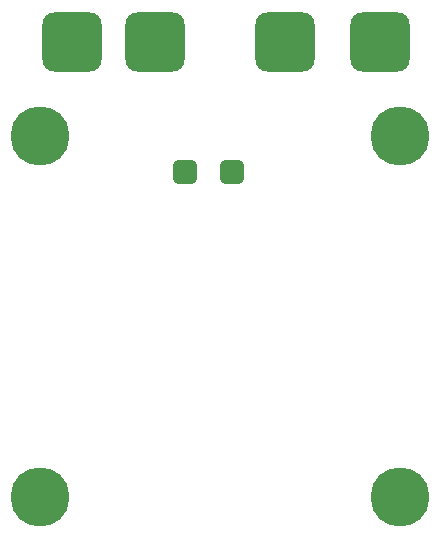
<source format=gbr>
%TF.GenerationSoftware,KiCad,Pcbnew,7.0.6*%
%TF.CreationDate,2023-08-26T05:38:59+03:00*%
%TF.ProjectId,Matek H743-WING PCB,4d617465-6b20-4483-9734-332d57494e47,rev?*%
%TF.SameCoordinates,Original*%
%TF.FileFunction,Soldermask,Top*%
%TF.FilePolarity,Negative*%
%FSLAX46Y46*%
G04 Gerber Fmt 4.6, Leading zero omitted, Abs format (unit mm)*
G04 Created by KiCad (PCBNEW 7.0.6) date 2023-08-26 05:38:59*
%MOMM*%
%LPD*%
G01*
G04 APERTURE LIST*
G04 Aperture macros list*
%AMRoundRect*
0 Rectangle with rounded corners*
0 $1 Rounding radius*
0 $2 $3 $4 $5 $6 $7 $8 $9 X,Y pos of 4 corners*
0 Add a 4 corners polygon primitive as box body*
4,1,4,$2,$3,$4,$5,$6,$7,$8,$9,$2,$3,0*
0 Add four circle primitives for the rounded corners*
1,1,$1+$1,$2,$3*
1,1,$1+$1,$4,$5*
1,1,$1+$1,$6,$7*
1,1,$1+$1,$8,$9*
0 Add four rect primitives between the rounded corners*
20,1,$1+$1,$2,$3,$4,$5,0*
20,1,$1+$1,$4,$5,$6,$7,0*
20,1,$1+$1,$6,$7,$8,$9,0*
20,1,$1+$1,$8,$9,$2,$3,0*%
G04 Aperture macros list end*
%ADD10RoundRect,0.400000X-0.600000X-0.600000X0.600000X-0.600000X0.600000X0.600000X-0.600000X0.600000X0*%
%ADD11RoundRect,1.000000X-1.500000X-1.500000X1.500000X-1.500000X1.500000X1.500000X-1.500000X1.500000X0*%
%ADD12C,5.000000*%
G04 APERTURE END LIST*
D10*
%TO.C,J6*%
X101000000Y-115000000D03*
%TD*%
%TO.C,J5*%
X97000000Y-115000000D03*
%TD*%
D11*
%TO.C,J1*%
X113500000Y-104000000D03*
%TD*%
%TO.C,J2*%
X105500000Y-104000000D03*
%TD*%
%TO.C,J4*%
X94500000Y-104000000D03*
%TD*%
%TO.C,J3*%
X87500000Y-104000000D03*
%TD*%
D12*
%TO.C,H3*%
X84750000Y-142500000D03*
%TD*%
%TO.C,H2*%
X115250000Y-112000000D03*
%TD*%
%TO.C,H4*%
X115250000Y-142500000D03*
%TD*%
%TO.C,H1*%
X84750000Y-112000000D03*
%TD*%
M02*

</source>
